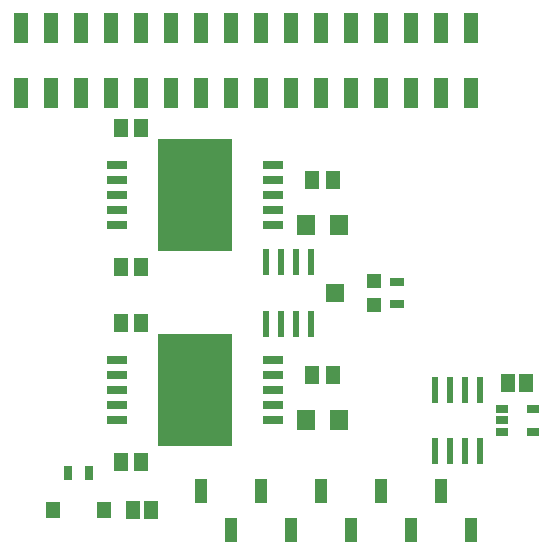
<source format=gtp>
G75*
G70*
%OFA0B0*%
%FSLAX24Y24*%
%IPPOS*%
%LPD*%
%AMOC8*
5,1,8,0,0,1.08239X$1,22.5*
%
%ADD10R,0.0500X0.1000*%
%ADD11R,0.0394X0.0787*%
%ADD12R,0.0390X0.0272*%
%ADD13R,0.0240X0.0870*%
%ADD14R,0.0460X0.0630*%
%ADD15R,0.0650X0.0287*%
%ADD16R,0.2480X0.3740*%
%ADD17R,0.0512X0.0591*%
%ADD18R,0.0500X0.0579*%
%ADD19R,0.0630X0.0709*%
%ADD20R,0.0315X0.0472*%
%ADD21R,0.0472X0.0472*%
%ADD22R,0.0591X0.0630*%
%ADD23R,0.0472X0.0315*%
D10*
X006607Y016175D03*
X007607Y016175D03*
X008607Y016175D03*
X009607Y016175D03*
X010607Y016175D03*
X011607Y016175D03*
X012607Y016175D03*
X013607Y016175D03*
X014607Y016175D03*
X015607Y016175D03*
X016607Y016175D03*
X017607Y016175D03*
X018607Y016175D03*
X019607Y016175D03*
X020607Y016175D03*
X021607Y016175D03*
X021607Y018325D03*
X020607Y018325D03*
X019607Y018325D03*
X018607Y018325D03*
X017607Y018325D03*
X016607Y018325D03*
X015607Y018325D03*
X014607Y018325D03*
X013607Y018325D03*
X012607Y018325D03*
X011607Y018325D03*
X010607Y018325D03*
X009607Y018325D03*
X008607Y018325D03*
X007607Y018325D03*
X006607Y018325D03*
D11*
X012607Y002900D03*
X014607Y002900D03*
X013607Y001600D03*
X015607Y001600D03*
X017607Y001600D03*
X016607Y002900D03*
X018607Y002900D03*
X020607Y002900D03*
X019607Y001600D03*
X021607Y001600D03*
D12*
X022660Y004876D03*
X022660Y005250D03*
X022660Y005624D03*
X023680Y005624D03*
X023680Y004876D03*
D13*
X021918Y004220D03*
X021418Y004220D03*
X020918Y004220D03*
X020418Y004220D03*
X020418Y006280D03*
X020918Y006280D03*
X021418Y006280D03*
X021918Y006280D03*
X016293Y008470D03*
X015793Y008470D03*
X015293Y008470D03*
X014793Y008470D03*
X014793Y010530D03*
X015293Y010530D03*
X015793Y010530D03*
X016293Y010530D03*
D14*
X022868Y006500D03*
X023468Y006500D03*
X010968Y002250D03*
X010368Y002250D03*
D15*
X009810Y005250D03*
X009810Y005750D03*
X009810Y006250D03*
X009810Y006750D03*
X009810Y007250D03*
X015026Y007250D03*
X015026Y006750D03*
X015026Y006250D03*
X015026Y005750D03*
X015026Y005250D03*
X015026Y011750D03*
X015026Y012250D03*
X015026Y012750D03*
X015026Y013250D03*
X015026Y013750D03*
X009810Y013750D03*
X009810Y013250D03*
X009810Y012750D03*
X009810Y012250D03*
X009810Y011750D03*
D16*
X012418Y012750D03*
X012418Y006250D03*
D17*
X010628Y003875D03*
X009958Y003875D03*
X016333Y006750D03*
X017003Y006750D03*
X010628Y008500D03*
X009958Y008500D03*
X009958Y010375D03*
X010628Y010375D03*
X016333Y013250D03*
X017003Y013250D03*
X010628Y015000D03*
X009958Y015000D03*
D18*
X007697Y002250D03*
X009390Y002250D03*
D19*
X016117Y005250D03*
X017219Y005250D03*
X017219Y011750D03*
X016117Y011750D03*
D20*
X008897Y003500D03*
X008189Y003500D03*
D21*
X018377Y009106D03*
X018377Y009894D03*
D22*
X017097Y009500D03*
D23*
X019168Y009146D03*
X019168Y009854D03*
M02*

</source>
